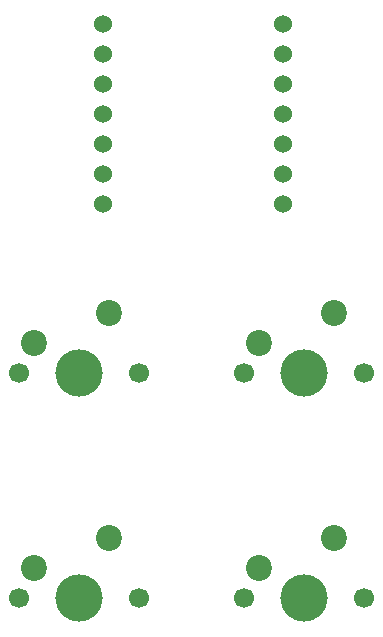
<source format=gbr>
%TF.GenerationSoftware,KiCad,Pcbnew,9.0.6*%
%TF.CreationDate,2025-12-01T23:19:04-05:00*%
%TF.ProjectId,project,70726f6a-6563-4742-9e6b-696361645f70,rev?*%
%TF.SameCoordinates,Original*%
%TF.FileFunction,Soldermask,Bot*%
%TF.FilePolarity,Negative*%
%FSLAX46Y46*%
G04 Gerber Fmt 4.6, Leading zero omitted, Abs format (unit mm)*
G04 Created by KiCad (PCBNEW 9.0.6) date 2025-12-01 23:19:04*
%MOMM*%
%LPD*%
G01*
G04 APERTURE LIST*
%ADD10C,1.700000*%
%ADD11C,4.000000*%
%ADD12C,2.200000*%
%ADD13C,1.524000*%
G04 APERTURE END LIST*
D10*
%TO.C,SW4*%
X130651250Y-85725000D03*
D11*
X135731250Y-85725000D03*
D10*
X140811250Y-85725000D03*
D12*
X138271250Y-80645000D03*
X131921250Y-83185000D03*
%TD*%
D10*
%TO.C,SW3*%
X111601250Y-85725000D03*
D11*
X116681250Y-85725000D03*
D10*
X121761250Y-85725000D03*
D12*
X119221250Y-80645000D03*
X112871250Y-83185000D03*
%TD*%
D10*
%TO.C,SW1*%
X111601250Y-66675000D03*
D11*
X116681250Y-66675000D03*
D10*
X121761250Y-66675000D03*
D12*
X119221250Y-61595000D03*
X112871250Y-64135000D03*
%TD*%
D10*
%TO.C,SW2*%
X130651250Y-66675000D03*
D11*
X135731250Y-66675000D03*
D10*
X140811250Y-66675000D03*
D12*
X138271250Y-61595000D03*
X131921250Y-64135000D03*
%TD*%
D13*
%TO.C,U1*%
X118690000Y-37140000D03*
X118690000Y-39680000D03*
X118690000Y-42220000D03*
X118690000Y-44760000D03*
X118690000Y-47300000D03*
X118690000Y-49840000D03*
X118690000Y-52380000D03*
X133930000Y-52380000D03*
X133930000Y-49840000D03*
X133930000Y-47300000D03*
X133930000Y-44760000D03*
X133930000Y-42220000D03*
X133930000Y-39680000D03*
X133930000Y-37140000D03*
%TD*%
M02*

</source>
